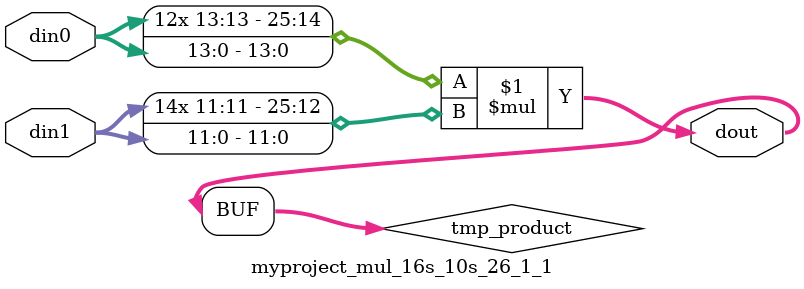
<source format=v>

`timescale 1 ns / 1 ps

 module myproject_mul_16s_10s_26_1_1(din0, din1, dout);
parameter ID = 1;
parameter NUM_STAGE = 0;
parameter din0_WIDTH = 14;
parameter din1_WIDTH = 12;
parameter dout_WIDTH = 26;

input [din0_WIDTH - 1 : 0] din0; 
input [din1_WIDTH - 1 : 0] din1; 
output [dout_WIDTH - 1 : 0] dout;

wire signed [dout_WIDTH - 1 : 0] tmp_product;



























assign tmp_product = $signed(din0) * $signed(din1);








assign dout = tmp_product;





















endmodule

</source>
